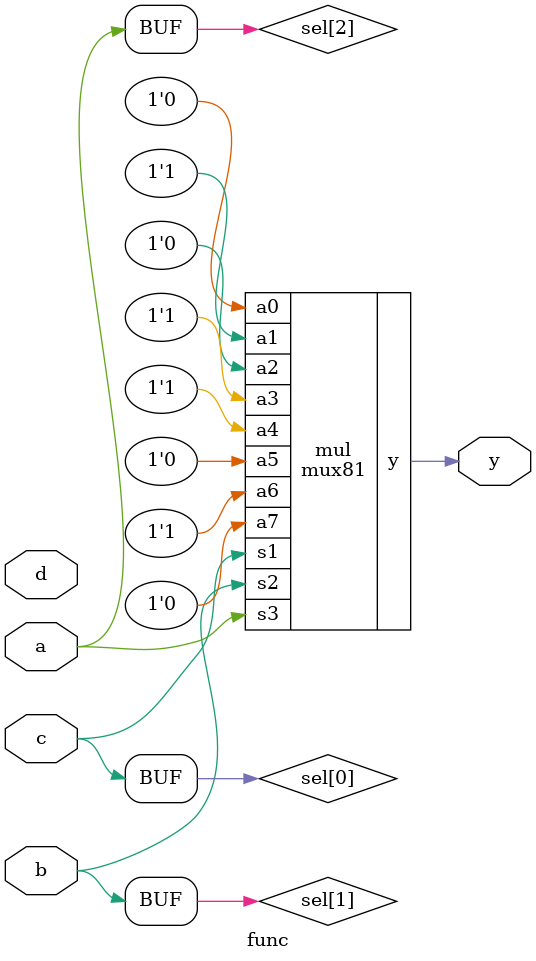
<source format=sv>
`timescale 1ns / 1ps
module mux21(input logic i0, i1,s, output logic y); 
    assign y = (i0 & ~s) | (i1 & s);
endmodule

module and1(input logic a,b,	
            output logic x);
assign x = a & b; 
endmodule 
module or1(input logic a,b,
           output logic x); 
assign x = a | b;           
endmodule

module mux41(input logic d0,d1,d2,d3,s0,s1,
output logic y);
assign y = ((d0 & ~s0 & ~s1) | (d1 & s0 & ~s1) | (d2 & ~s0 & s1) | (d3 & s0 & s1));
endmodule
 
module mux81( input logic a0,a1,a2,a3,a4,a5,a6,a7,s1,s2,s3,
              output logic y);
logic n1,n2,n3,n4;    
mux41 mux1( a0,a1,a2,a3,s1,s2,n1);
mux41 mux2( a4,a5,a6,a7,s1,s2,n2);
and1 and1(n2,s3,n3);
and1 and2(~s3,n1,n4);
or1 or1(n3,n4,y);           
endmodule


module func( input a, b, c, d, output y);
logic sel[2:0];
assign sel[0]=c;
assign sel[1]=b;
assign sel[2]=a;
mux81 mul( 0, 1, 0, 1, 1, 0, 1, 0, c,b,a, y);
endmodule

</source>
